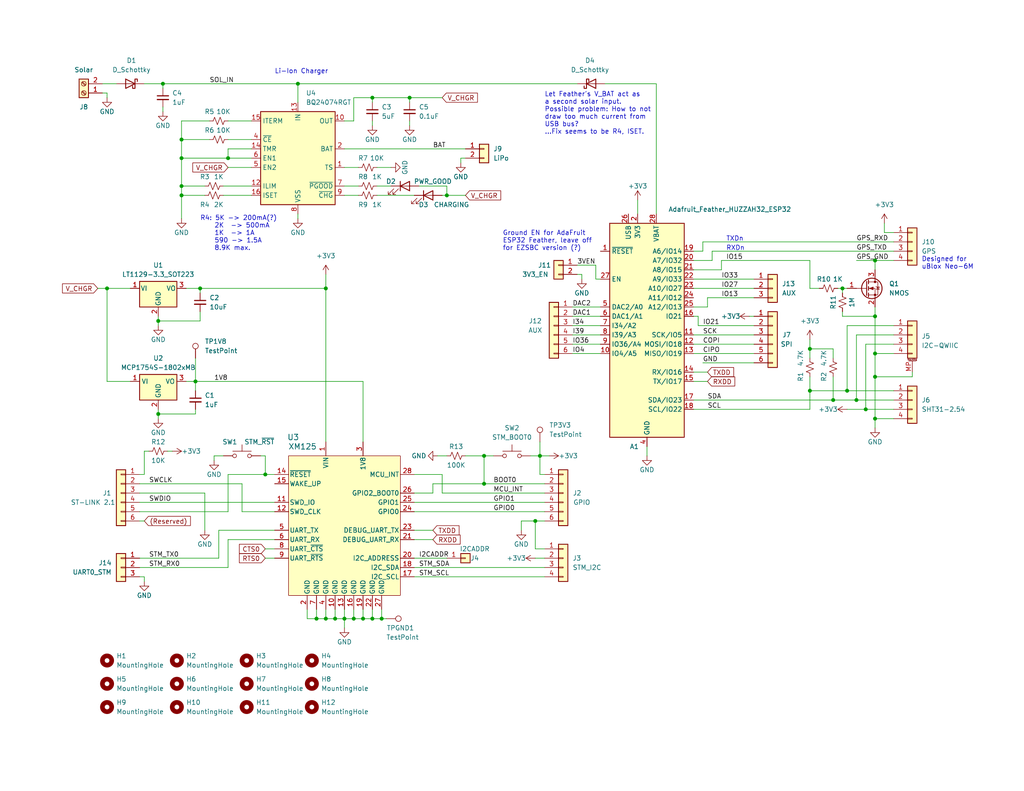
<source format=kicad_sch>
(kicad_sch (version 20230121) (generator eeschema)
  (paper "USLetter")
  (title_block (title "Wave RADAR") (date "2023-11-23") (rev "0.2") (company "Academia Nuts"))
  (lib_symbols
    (symbol "Battery_Management:BQ24074RGT"
      (property "Reference" "U" (at -8.89 13.97 0))
      (property "Value" "BQ24074RGT" (at 16.51 13.97 0))
      (symbol "BQ24074RGT_1_1"
        (pin passive line (at 12.7 -2.54 180) (length 2.54) (name "TS") (number "1"))
        (pin power_out line (at 12.7 10.16 180) (length 2.54) (name "OUT") (number "10"))
        (pin passive line (at 12.7 10.16 180) (length 2.54) hide (name "OUT") (number "11"))
        (pin passive line (at -12.7 -7.62 0) (length 2.54) (name "ILIM") (number "12"))
        (pin power_in line (at 0 15.24 270) (length 2.54) (name "IN") (number "13"))
        (pin input line (at -12.7 2.54 0) (length 2.54) (name "TMR") (number "14"))
        (pin input line (at -12.7 10.16 0) (length 2.54) (name "ITERM") (number "15"))
        (pin passive line (at -12.7 -10.16 0) (length 2.54) (name "ISET") (number "16"))
        (pin passive line (at 0 -15.24 90) (length 2.54) hide (name "VSS") (number "17"))
        (pin power_out line (at 12.7 2.54 180) (length 2.54) (name "BAT") (number "2"))
        (pin passive line (at 12.7 2.54 180) (length 2.54) hide (name "BAT") (number "3"))
        (pin input line (at -12.7 5.08 0) (length 2.54) (name "~{CE}") (number "4"))
        (pin input line (at -12.7 -2.54 0) (length 2.54) (name "EN2") (number "5"))
        (pin input line (at -12.7 0 0) (length 2.54) (name "EN1") (number "6"))
        (pin open_collector line (at 12.7 -7.62 180) (length 2.54) (name "~{PGOOD}") (number "7"))
        (pin power_in line (at 0 -15.24 90) (length 2.54) (name "VSS") (number "8"))
        (pin open_collector line (at 12.7 -10.16 180) (length 2.54) (name "~{CHG}") (number "9"))
      )
    )
    (symbol "Connector:Screw_Terminal_01x02" (pin_names (offset 1.016) hide)
      (property "Reference" "J" (at 0 2.54 0))
      (property "Value" "Screw_Terminal_01x02" (at 0 -5.08 0))
      (symbol "Screw_Terminal_01x02_1_1"
        (pin passive line (at -5.08 0 0) (length 3.81) (name "Pin_1") (number "1"))
        (pin passive line (at -5.08 -2.54 0) (length 3.81) (name "Pin_2") (number "2"))
      )
    )
    (symbol "Connector:TestPoint" (pin_numbers hide) (pin_names (offset 0.762) hide)
      (property "Reference" "TP" (at 0 6.858 0))
      (property "Value" "TestPoint" (at 0 5.08 0))
      (symbol "TestPoint_1_1"
        (pin passive line (at 0 0 90) (length 2.54) (name "1") (number "1"))
      )
    )
    (symbol "Connector_Generic:Conn_01x01" (pin_names (offset 1.016) hide)
      (property "Reference" "J" (at 0 2.54 0))
      (property "Value" "Conn_01x01" (at 0 -2.54 0))
      (symbol "Conn_01x01_1_1"
        (pin passive line (at -5.08 0 0) (length 3.81) (name "Pin_1") (number "1"))
      )
    )
    (symbol "Connector_Generic:Conn_01x02" (pin_names (offset 1.016) hide)
      (property "Reference" "J" (at 0 2.54 0))
      (property "Value" "Conn_01x02" (at 0 -5.08 0))
      (symbol "Conn_01x02_1_1"
        (pin passive line (at -5.08 0 0) (length 3.81) (name "Pin_1") (number "1"))
        (pin passive line (at -5.08 -2.54 0) (length 3.81) (name "Pin_2") (number "2"))
      )
    )
    (symbol "Connector_Generic:Conn_01x03" (pin_names (offset 1.016) hide)
      (property "Reference" "J" (at 0 5.08 0))
      (property "Value" "Conn_01x03" (at 0 -5.08 0))
      (symbol "Conn_01x03_1_1"
        (pin passive line (at -5.08 2.54 0) (length 3.81) (name "Pin_1") (number "1"))
        (pin passive line (at -5.08 0 0) (length 3.81) (name "Pin_2") (number "2"))
        (pin passive line (at -5.08 -2.54 0) (length 3.81) (name "Pin_3") (number "3"))
      )
    )
    (symbol "Connector_Generic:Conn_01x04" (pin_names (offset 1.016) hide)
      (property "Reference" "J" (at 0 5.08 0))
      (property "Value" "Conn_01x04" (at 0 -7.62 0))
      (symbol "Conn_01x04_1_1"
        (pin passive line (at -5.08 2.54 0) (length 3.81) (name "Pin_1") (number "1"))
        (pin passive line (at -5.08 0 0) (length 3.81) (name "Pin_2") (number "2"))
        (pin passive line (at -5.08 -2.54 0) (length 3.81) (name "Pin_3") (number "3"))
        (pin passive line (at -5.08 -5.08 0) (length 3.81) (name "Pin_4") (number "4"))
      )
    )
    (symbol "Connector_Generic:Conn_01x06" (pin_names (offset 1.016) hide)
      (property "Reference" "J" (at 0 7.62 0))
      (property "Value" "Conn_01x06" (at 0 -10.16 0))
      (symbol "Conn_01x06_1_1"
        (pin passive line (at -5.08 5.08 0) (length 3.81) (name "Pin_1") (number "1"))
        (pin passive line (at -5.08 2.54 0) (length 3.81) (name "Pin_2") (number "2"))
        (pin passive line (at -5.08 0 0) (length 3.81) (name "Pin_3") (number "3"))
        (pin passive line (at -5.08 -2.54 0) (length 3.81) (name "Pin_4") (number "4"))
        (pin passive line (at -5.08 -5.08 0) (length 3.81) (name "Pin_5") (number "5"))
        (pin passive line (at -5.08 -7.62 0) (length 3.81) (name "Pin_6") (number "6"))
      )
    )
    (symbol "Connector_Generic_MountingPin:Conn_01x04_MountingPin" (pin_names (offset 1.016) hide)
      (property "Reference" "J" (at 0 5.08 0))
      (property "Value" "Conn_01x04_MountingPin" (at 1.27 -7.62 0))
      (symbol "Conn_01x04_MountingPin_1_1"
        (text "Mounting" (at 0 -6.731 0) (effects (font (size 0.381 0.381))))
        (pin passive line (at -5.08 2.54 0) (length 3.81) (name "Pin_1") (number "1"))
        (pin passive line (at -5.08 0 0) (length 3.81) (name "Pin_2") (number "2"))
        (pin passive line (at -5.08 -2.54 0) (length 3.81) (name "Pin_3") (number "3"))
        (pin passive line (at -5.08 -5.08 0) (length 3.81) (name "Pin_4") (number "4"))
        (pin passive line (at 0 -10.16 90) (length 3.048) (name "MountPin") (number "MP"))
      )
    )
    (symbol "Device:C_Small" (pin_numbers hide) (pin_names (offset 0.254) hide)
      (property "Reference" "C" (at 0.254 1.778 0))
      (property "Value" "C_Small" (at 0.254 -2.032 0))
      (symbol "C_Small_1_1"
        (pin passive line (at 0 2.54 270) (length 2.032) (name "~") (number "1"))
        (pin passive line (at 0 -2.54 90) (length 2.032) (name "~") (number "2"))
      )
    )
    (symbol "Device:D_Schottky" (pin_numbers hide) (pin_names (offset 1.016) hide)
      (property "Reference" "D" (at 0 2.54 0))
      (property "Value" "D_Schottky" (at 0 -2.54 0))
      (symbol "D_Schottky_1_1"
        (pin passive line (at -3.81 0 0) (length 2.54) (name "K") (number "1"))
        (pin passive line (at 3.81 0 180) (length 2.54) (name "A") (number "2"))
      )
    )
    (symbol "Device:LED" (pin_numbers hide) (pin_names (offset 1.016) hide)
      (property "Reference" "D" (at 0 2.54 0))
      (property "Value" "LED" (at 0 -2.54 0))
      (symbol "LED_1_1"
        (pin passive line (at -3.81 0 0) (length 2.54) (name "K") (number "1"))
        (pin passive line (at 3.81 0 180) (length 2.54) (name "A") (number "2"))
      )
    )
    (symbol "Device:R_Small_US" (pin_numbers hide) (pin_names (offset 0.254) hide)
      (property "Reference" "R" (at 0.762 0.508 0))
      (property "Value" "R_Small_US" (at 0.762 -1.016 0))
      (symbol "R_Small_US_1_1"
        (pin passive line (at 0 2.54 270) (length 1.016) (name "~") (number "1"))
        (pin passive line (at 0 -2.54 90) (length 1.016) (name "~") (number "2"))
      )
    )
    (symbol "MCU_Module:Adafruit_Feather_HUZZAH32_ESP32"
      (property "Reference" "A" (at -10.16 29.21 0))
      (property "Value" "Adafruit_Feather_HUZZAH32_ESP32" (at 2.54 -31.75 0))
      (symbol "Adafruit_Feather_HUZZAH32_ESP32_1_1"
        (pin input line (at 12.7 20.32 180) (length 2.54) (name "~{RESET}") (number "1"))
        (pin bidirectional line (at 12.7 -7.62 180) (length 2.54) (name "IO4/A5") (number "10"))
        (pin bidirectional line (at -12.7 -2.54 0) (length 2.54) (name "SCK/IO5") (number "11"))
        (pin bidirectional line (at -12.7 -5.08 0) (length 2.54) (name "MOSI/IO18") (number "12"))
        (pin bidirectional line (at -12.7 -7.62 0) (length 2.54) (name "MISO/IO19") (number "13"))
        (pin bidirectional line (at -12.7 -12.7 0) (length 2.54) (name "RX/IO16") (number "14"))
        (pin bidirectional line (at -12.7 -15.24 0) (length 2.54) (name "TX/IO17") (number "15"))
        (pin bidirectional line (at -12.7 2.54 0) (length 2.54) (name "IO21") (number "16"))
        (pin bidirectional line (at -12.7 -20.32 0) (length 2.54) (name "SDA/IO23") (number "17"))
        (pin bidirectional line (at -12.7 -22.86 0) (length 2.54) (name "SCL/IO22") (number "18"))
        (pin bidirectional line (at -12.7 20.32 0) (length 2.54) (name "A6/IO14") (number "19"))
        (pin power_in line (at 2.54 30.48 270) (length 2.54) (name "3V3") (number "2"))
        (pin bidirectional line (at -12.7 17.78 0) (length 2.54) (name "A7/IO32") (number "20"))
        (pin bidirectional line (at -12.7 15.24 0) (length 2.54) (name "A8/IO15") (number "21"))
        (pin bidirectional line (at -12.7 12.7 0) (length 2.54) (name "A9/IO33") (number "22"))
        (pin bidirectional line (at -12.7 10.16 0) (length 2.54) (name "A10/IO27") (number "23"))
        (pin bidirectional line (at -12.7 7.62 0) (length 2.54) (name "A11/IO12") (number "24"))
        (pin bidirectional line (at -12.7 5.08 0) (length 2.54) (name "A12/IO13") (number "25"))
        (pin power_in line (at 5.08 30.48 270) (length 2.54) (name "USB") (number "26"))
        (pin input line (at 12.7 12.7 180) (length 2.54) (name "EN") (number "27"))
        (pin power_in line (at -2.54 30.48 270) (length 2.54) (name "VBAT") (number "28"))
        (pin no_connect line (at 10.16 10.16 180) (length 2.54) hide (name "NC") (number "3"))
        (pin power_in line (at 0 -33.02 90) (length 2.54) (name "GND") (number "4"))
        (pin bidirectional line (at 12.7 5.08 180) (length 2.54) (name "DAC2/A0") (number "5"))
        (pin bidirectional line (at 12.7 2.54 180) (length 2.54) (name "DAC1/A1") (number "6"))
        (pin bidirectional line (at 12.7 0 180) (length 2.54) (name "I34/A2") (number "7"))
        (pin bidirectional line (at 12.7 -2.54 180) (length 2.54) (name "I39/A3") (number "8"))
        (pin bidirectional line (at 12.7 -5.08 180) (length 2.54) (name "IO36/A4") (number "9"))
      )
    )
    (symbol "Mechanical:MountingHole" (pin_names (offset 1.016))
      (property "Reference" "H" (at 0 5.08 0))
      (property "Value" "MountingHole" (at 0 3.175 0))
    )
    (symbol "Regulator_Linear:LT1129-3.3_SOT223" (pin_names (offset 0.254))
      (property "Reference" "U" (at -3.81 3.175 0))
      (property "Value" "LT1129-3.3_SOT223" (at 0 3.175 0))
      (symbol "LT1129-3.3_SOT223_1_1"
        (pin power_in line (at -7.62 0 0) (length 2.54) (name "VI") (number "1"))
        (pin power_in line (at 0 -7.62 90) (length 2.54) (name "GND") (number "2"))
        (pin power_out line (at 7.62 0 180) (length 2.54) (name "VO") (number "3"))
      )
    )
    (symbol "Regulator_Linear:MCP1754S-1802xMB"
      (property "Reference" "U" (at -3.81 3.175 0))
      (property "Value" "MCP1754S-1802xMB" (at -0.635 3.175 0))
      (symbol "MCP1754S-1802xMB_1_1"
        (pin power_in line (at -7.62 0 0) (length 2.54) (name "VI") (number "1"))
        (pin power_in line (at 0 -7.62 90) (length 2.54) (name "GND") (number "2"))
        (pin power_out line (at 7.62 0 180) (length 2.54) (name "VO") (number "3"))
      )
    )
    (symbol "Switch:SW_Push" (pin_numbers hide) (pin_names (offset 1.016) hide)
      (property "Reference" "SW" (at 1.27 2.54 0))
      (property "Value" "SW_Push" (at 0 -1.524 0))
      (symbol "SW_Push_0_1"
        (pin passive line (at -5.08 0 0) (length 2.54) (name "1") (number "1"))
        (pin passive line (at 5.08 0 180) (length 2.54) (name "2") (number "2"))
      )
    )
    (symbol "Transistor_FET:2N7002" (pin_names hide)
      (property "Reference" "Q" (at 5.08 1.905 0))
      (property "Value" "2N7002" (at 5.08 0 0))
      (symbol "2N7002_1_1"
        (pin input line (at -5.08 0 0) (length 2.54) (name "G") (number "1"))
        (pin passive line (at 2.54 -5.08 90) (length 2.54) (name "S") (number "2"))
        (pin passive line (at 2.54 5.08 270) (length 2.54) (name "D") (number "3"))
      )
    )
    (symbol "XM125:XM125" (pin_names (offset 0.254))
      (property "Reference" "U" (at -15.24 22.86 0))
      (property "Value" "XM125" (at -15.24 20.32 0))
      (symbol "XM125_1_1"
        (pin power_in line (at -5.08 21.59 270) (length 3.81) (name "VIN") (number "1"))
        (pin power_in line (at -2.54 -24.13 90) (length 3.81) (name "GND") (number "10"))
        (pin unspecified line (at -19.05 5.08 0) (length 3.81) (name "SWD_IO") (number "11"))
        (pin unspecified line (at -19.05 2.54 0) (length 3.81) (name "SWD_CLK") (number "12"))
        (pin power_in line (at 0 -24.13 90) (length 3.81) (name "GND") (number "13"))
        (pin unspecified line (at -19.05 12.7 0) (length 3.81) (name "~{RESET}") (number "14"))
        (pin unspecified line (at -19.05 10.16 0) (length 3.81) (name "WAKE_UP") (number "15"))
        (pin power_in line (at 2.54 -24.13 90) (length 3.81) (name "GND") (number "16"))
        (pin output line (at 19.05 -15.24 180) (length 3.81) (name "I2C_SCL") (number "17"))
        (pin bidirectional line (at 19.05 -12.7 180) (length 3.81) (name "I2C_SDA") (number "18"))
        (pin power_in line (at 5.08 -24.13 90) (length 3.81) (name "GND") (number "19"))
        (pin power_in line (at -10.16 -24.13 90) (length 3.81) (name "GND") (number "2"))
        (pin input line (at 19.05 -10.16 180) (length 3.81) (name "I2C_ADDRESS") (number "20"))
        (pin input line (at 19.05 -5.08 180) (length 3.81) (name "DEBUG_UART_RX") (number "21"))
        (pin power_in line (at 7.62 -24.13 90) (length 3.81) (name "GND") (number "22"))
        (pin output line (at 19.05 -2.54 180) (length 3.81) (name "DEBUG_UART_TX") (number "23"))
        (pin bidirectional line (at 19.05 2.54 180) (length 3.81) (name "GPIO0") (number "24"))
        (pin bidirectional line (at 19.05 5.08 180) (length 3.81) (name "GPIO1") (number "25"))
        (pin bidirectional line (at 19.05 7.62 180) (length 3.81) (name "GPIO2_BOOT0") (number "26"))
        (pin power_in line (at 10.16 -24.13 90) (length 3.81) (name "GND") (number "27"))
        (pin bidirectional line (at 19.05 12.7 180) (length 3.81) (name "MCU_INT") (number "28"))
        (pin power_in line (at 5.08 21.59 270) (length 3.81) (name "1V8") (number "3"))
        (pin power_in line (at -5.08 -24.13 90) (length 3.81) (name "GND") (number "4"))
        (pin output line (at -19.05 -2.54 0) (length 3.81) (name "UART_TX") (number "5"))
        (pin input line (at -19.05 -5.08 0) (length 3.81) (name "UART_RX") (number "6"))
        (pin power_in line (at -7.62 -24.13 90) (length 3.81) (name "GND") (number "7"))
        (pin input line (at -19.05 -7.62 0) (length 3.81) (name "UART_~{CTS}") (number "8"))
        (pin output line (at -19.05 -10.16 0) (length 3.81) (name "UART_~{RTS}") (number "9"))
      )
    )
    (symbol "power:+3V3" (power) (pin_names (offset 0))
      (property "Value" "+3V3" (at 0 3.556 0))
      (symbol "+3V3_1_1"
        (pin power_in line (at 0 0 90) (length 0) hide (name "+3V3") (number "1"))
      )
    )
    (symbol "power:GND" (power) (pin_names (offset 0))
      (property "Value" "GND" (at 0 -3.81 0))
      (symbol "GND_1_1"
        (pin power_in line (at 0 0 270) (length 0) hide (name "GND") (number "1"))
      )
    )
  )
  (junction (at 104.14 168.91))
  (junction (at 101.6 168.91))
  (junction (at 72.39 129.54))
  (junction (at 86.36 168.91))
  (junction (at 101.6 26.67))
  (junction (at 62.23 43.18))
  (junction (at 43.18 87.63))
  (junction (at 49.53 43.18))
  (junction (at 96.52 168.91))
  (junction (at 238.76 114.3))
  (junction (at 238.76 86.36))
  (junction (at 236.22 111.76))
  (junction (at 132.08 124.46))
  (junction (at 146.05 142.24))
  (junction (at 49.53 38.1))
  (junction (at 238.76 96.52))
  (junction (at 44.45 22.86))
  (junction (at 88.9 168.91))
  (junction (at 88.9 78.74))
  (junction (at 238.76 102.87))
  (junction (at 43.18 113.03))
  (junction (at 132.08 132.08))
  (junction (at 49.53 50.8))
  (junction (at 53.34 104.14))
  (junction (at 121.92 53.34))
  (junction (at 29.21 78.74))
  (junction (at 81.28 22.86))
  (junction (at 54.61 78.74))
  (junction (at 229.87 78.74))
  (junction (at 111.76 26.67))
  (junction (at 49.53 53.34))
  (junction (at 231.14 106.68))
  (junction (at 99.06 168.91))
  (junction (at 147.32 124.46))
  (junction (at 233.68 109.22))
  (junction (at 220.98 95.25))
  (junction (at 238.76 71.12))
  (junction (at 227.33 109.22))
  (junction (at 93.98 168.91))
  (junction (at 91.44 168.91))
  (junction (at 220.98 106.68))
  (wire (pts (xy 81.28 22.86) (xy 81.28 27.94)))
  (wire (pts (xy 96.52 26.67) (xy 96.52 33.02)))
  (wire (pts (xy 120.65 134.62) (xy 148.59 134.62)))
  (wire (pts (xy 29.21 25.4) (xy 29.21 26.67)))
  (wire (pts (xy 26.67 78.74) (xy 29.21 78.74)))
  (wire (pts (xy 62.23 147.32) (xy 74.93 147.32)))
  (wire (pts (xy 93.98 40.64) (xy 127 40.64)))
  (wire (pts (xy 72.39 149.86) (xy 74.93 149.86)))
  (wire (pts (xy 62.23 45.72) (xy 68.58 45.72)))
  (wire (pts (xy 196.85 73.66) (xy 196.85 71.12)))
  (wire (pts (xy 189.23 68.58) (xy 191.77 68.58)))
  (wire (pts (xy 62.23 43.18) (xy 68.58 43.18)))
  (wire (pts (xy 39.37 157.48) (xy 39.37 158.75)))
  (wire (pts (xy 57.15 33.02) (xy 49.53 33.02)))
  (wire (pts (xy 147.32 129.54) (xy 148.59 129.54)))
  (wire (pts (xy 238.76 96.52) (xy 238.76 102.87)))
  (wire (pts (xy 39.37 123.19) (xy 40.64 123.19)))
  (wire (pts (xy 120.65 129.54) (xy 113.03 129.54)))
  (wire (pts (xy 49.53 38.1) (xy 57.15 38.1)))
  (wire (pts (xy 156.21 93.98) (xy 163.83 93.98)))
  (wire (pts (xy 113.03 137.16) (xy 148.59 137.16)))
  (wire (pts (xy 176.53 121.92) (xy 176.53 124.46)))
  (wire (pts (xy 127 43.18) (xy 125.73 43.18)))
  (wire (pts (xy 193.04 101.6) (xy 189.23 101.6)))
  (wire (pts (xy 158.75 74.93) (xy 157.48 74.93)))
  (wire (pts (xy 43.18 113.03) (xy 43.18 114.3)))
  (wire (pts (xy 189.23 109.22) (xy 227.33 109.22)))
  (wire (pts (xy 53.34 104.14) (xy 53.34 106.68)))
  (wire (pts (xy 39.37 123.19) (xy 39.37 129.54)))
  (wire (pts (xy 227.33 97.79) (xy 227.33 95.25)))
  (wire (pts (xy 248.92 101.6) (xy 248.92 102.87)))
  (wire (pts (xy 243.84 111.76) (xy 236.22 111.76)))
  (wire (pts (xy 106.68 45.72) (xy 102.87 45.72)))
  (wire (pts (xy 111.76 26.67) (xy 120.65 26.67)))
  (wire (pts (xy 49.53 33.02) (xy 49.53 38.1)))
  (wire (pts (xy 142.24 142.24) (xy 146.05 142.24)))
  (wire (pts (xy 156.21 83.82) (xy 163.83 83.82)))
  (wire (pts (xy 49.53 43.18) (xy 62.23 43.18)))
  (wire (pts (xy 101.6 168.91) (xy 99.06 168.91)))
  (wire (pts (xy 191.77 66.04) (xy 243.84 66.04)))
  (wire (pts (xy 243.84 63.5) (xy 241.3 63.5)))
  (wire (pts (xy 62.23 154.94) (xy 62.23 147.32)))
  (wire (pts (xy 157.48 72.39) (xy 162.56 72.39)))
  (wire (pts (xy 229.87 85.09) (xy 229.87 86.36)))
  (wire (pts (xy 96.52 26.67) (xy 101.6 26.67)))
  (wire (pts (xy 53.34 111.76) (xy 53.34 113.03)))
  (wire (pts (xy 60.96 53.34) (xy 68.58 53.34)))
  (wire (pts (xy 111.76 26.67) (xy 111.76 27.94)))
  (wire (pts (xy 162.56 72.39) (xy 162.56 76.2)))
  (wire (pts (xy 189.23 111.76) (xy 220.98 111.76)))
  (wire (pts (xy 54.61 78.74) (xy 54.61 80.01)))
  (wire (pts (xy 99.06 166.37) (xy 99.06 168.91)))
  (wire (pts (xy 223.52 78.74) (xy 220.98 78.74)))
  (wire (pts (xy 43.18 111.76) (xy 43.18 113.03)))
  (wire (pts (xy 113.03 154.94) (xy 148.59 154.94)))
  (wire (pts (xy 99.06 104.14) (xy 99.06 120.65)))
  (wire (pts (xy 93.98 168.91) (xy 93.98 171.45)))
  (wire (pts (xy 228.6 78.74) (xy 229.87 78.74)))
  (wire (pts (xy 91.44 168.91) (xy 93.98 168.91)))
  (wire (pts (xy 189.23 86.36) (xy 190.5 86.36)))
  (wire (pts (xy 113.03 134.62) (xy 118.11 134.62)))
  (wire (pts (xy 132.08 132.08) (xy 148.59 132.08)))
  (wire (pts (xy 147.32 124.46) (xy 149.86 124.46)))
  (wire (pts (xy 238.76 71.12) (xy 243.84 71.12)))
  (wire (pts (xy 35.56 104.14) (xy 29.21 104.14)))
  (wire (pts (xy 88.9 78.74) (xy 88.9 120.65)))
  (wire (pts (xy 179.07 58.42) (xy 179.07 22.86)))
  (wire (pts (xy 119.38 124.46) (xy 121.92 124.46)))
  (wire (pts (xy 101.6 26.67) (xy 101.6 27.94)))
  (wire (pts (xy 104.14 166.37) (xy 104.14 168.91)))
  (wire (pts (xy 43.18 87.63) (xy 43.18 88.9)))
  (wire (pts (xy 60.96 50.8) (xy 68.58 50.8)))
  (wire (pts (xy 45.72 123.19) (xy 46.99 123.19)))
  (wire (pts (xy 93.98 166.37) (xy 93.98 168.91)))
  (wire (pts (xy 148.59 149.86) (xy 146.05 149.86)))
  (wire (pts (xy 227.33 109.22) (xy 233.68 109.22)))
  (wire (pts (xy 74.93 139.7) (xy 66.04 139.7)))
  (wire (pts (xy 62.23 129.54) (xy 72.39 129.54)))
  (wire (pts (xy 58.42 124.46) (xy 60.96 124.46)))
  (wire (pts (xy 49.53 38.1) (xy 49.53 43.18)))
  (wire (pts (xy 91.44 166.37) (xy 91.44 168.91)))
  (wire (pts (xy 233.68 71.12) (xy 238.76 71.12)))
  (wire (pts (xy 238.76 96.52) (xy 243.84 96.52)))
  (wire (pts (xy 38.1 139.7) (xy 62.23 139.7)))
  (wire (pts (xy 88.9 78.74) (xy 54.61 78.74)))
  (wire (pts (xy 102.87 50.8) (xy 106.68 50.8)))
  (wire (pts (xy 233.68 91.44) (xy 233.68 109.22)))
  (wire (pts (xy 238.76 83.82) (xy 238.76 86.36)))
  (wire (pts (xy 229.87 78.74) (xy 229.87 80.01)))
  (wire (pts (xy 229.87 86.36) (xy 238.76 86.36)))
  (wire (pts (xy 238.76 71.12) (xy 238.76 73.66)))
  (wire (pts (xy 189.23 78.74) (xy 205.74 78.74)))
  (wire (pts (xy 227.33 95.25) (xy 220.98 95.25)))
  (wire (pts (xy 243.84 109.22) (xy 233.68 109.22)))
  (wire (pts (xy 238.76 86.36) (xy 238.76 96.52)))
  (wire (pts (xy 74.93 129.54) (xy 72.39 129.54)))
  (wire (pts (xy 38.1 137.16) (xy 74.93 137.16)))
  (wire (pts (xy 189.23 96.52) (xy 205.74 96.52)))
  (wire (pts (xy 189.23 83.82) (xy 193.04 83.82)))
  (wire (pts (xy 114.3 50.8) (xy 121.92 50.8)))
  (wire (pts (xy 101.6 166.37) (xy 101.6 168.91)))
  (wire (pts (xy 62.23 33.02) (xy 68.58 33.02)))
  (wire (pts (xy 59.69 144.78) (xy 74.93 144.78)))
  (wire (pts (xy 29.21 78.74) (xy 29.21 104.14)))
  (wire (pts (xy 191.77 66.04) (xy 191.77 68.58)))
  (wire (pts (xy 113.03 152.4) (xy 121.92 152.4)))
  (wire (pts (xy 189.23 71.12) (xy 194.31 71.12)))
  (wire (pts (xy 220.98 111.76) (xy 220.98 106.68)))
  (wire (pts (xy 102.87 53.34) (xy 113.03 53.34)))
  (wire (pts (xy 101.6 26.67) (xy 111.76 26.67)))
  (wire (pts (xy 196.85 71.12) (xy 220.98 71.12)))
  (wire (pts (xy 54.61 85.09) (xy 54.61 87.63)))
  (wire (pts (xy 99.06 168.91) (xy 96.52 168.91)))
  (wire (pts (xy 193.04 81.28) (xy 205.74 81.28)))
  (wire (pts (xy 55.88 144.78) (xy 55.88 134.62)))
  (wire (pts (xy 220.98 95.25) (xy 220.98 97.79)))
  (wire (pts (xy 194.31 68.58) (xy 243.84 68.58)))
  (wire (pts (xy 125.73 43.18) (xy 125.73 44.45)))
  (wire (pts (xy 194.31 71.12) (xy 194.31 68.58)))
  (wire (pts (xy 27.94 22.86) (xy 31.75 22.86)))
  (wire (pts (xy 49.53 53.34) (xy 49.53 59.69)))
  (wire (pts (xy 127 124.46) (xy 132.08 124.46)))
  (wire (pts (xy 38.1 154.94) (xy 62.23 154.94)))
  (wire (pts (xy 156.21 86.36) (xy 163.83 86.36)))
  (wire (pts (xy 147.32 120.65) (xy 147.32 124.46)))
  (wire (pts (xy 118.11 132.08) (xy 132.08 132.08)))
  (wire (pts (xy 241.3 63.5) (xy 241.3 60.96)))
  (wire (pts (xy 113.03 157.48) (xy 148.59 157.48)))
  (wire (pts (xy 134.62 124.46) (xy 132.08 124.46)))
  (wire (pts (xy 220.98 92.71) (xy 220.98 95.25)))
  (wire (pts (xy 44.45 24.13) (xy 44.45 22.86)))
  (wire (pts (xy 189.23 93.98) (xy 205.74 93.98)))
  (wire (pts (xy 49.53 43.18) (xy 49.53 50.8)))
  (wire (pts (xy 147.32 124.46) (xy 147.32 129.54)))
  (wire (pts (xy 58.42 125.73) (xy 58.42 124.46)))
  (wire (pts (xy 104.14 168.91) (xy 105.41 168.91)))
  (wire (pts (xy 96.52 166.37) (xy 96.52 168.91)))
  (wire (pts (xy 189.23 91.44) (xy 205.74 91.44)))
  (wire (pts (xy 193.04 104.14) (xy 189.23 104.14)))
  (wire (pts (xy 86.36 166.37) (xy 86.36 168.91)))
  (wire (pts (xy 88.9 166.37) (xy 88.9 168.91)))
  (wire (pts (xy 27.94 25.4) (xy 29.21 25.4)))
  (wire (pts (xy 190.5 86.36) (xy 190.5 88.9)))
  (wire (pts (xy 62.23 40.64) (xy 62.23 43.18)))
  (wire (pts (xy 113.03 139.7) (xy 148.59 139.7)))
  (wire (pts (xy 120.65 134.62) (xy 120.65 129.54)))
  (wire (pts (xy 113.03 147.32) (xy 118.11 147.32)))
  (wire (pts (xy 162.56 76.2) (xy 163.83 76.2)))
  (wire (pts (xy 62.23 38.1) (xy 68.58 38.1)))
  (wire (pts (xy 121.92 50.8) (xy 121.92 53.34)))
  (wire (pts (xy 233.68 91.44) (xy 243.84 91.44)))
  (wire (pts (xy 43.18 113.03) (xy 53.34 113.03)))
  (wire (pts (xy 71.12 124.46) (xy 72.39 124.46)))
  (wire (pts (xy 236.22 93.98) (xy 243.84 93.98)))
  (wire (pts (xy 44.45 22.86) (xy 81.28 22.86)))
  (wire (pts (xy 50.8 78.74) (xy 54.61 78.74)))
  (wire (pts (xy 50.8 104.14) (xy 53.34 104.14)))
  (wire (pts (xy 83.82 168.91) (xy 86.36 168.91)))
  (wire (pts (xy 49.53 53.34) (xy 55.88 53.34)))
  (wire (pts (xy 243.84 114.3) (xy 238.76 114.3)))
  (wire (pts (xy 39.37 22.86) (xy 44.45 22.86)))
  (wire (pts (xy 146.05 142.24) (xy 146.05 149.86)))
  (wire (pts (xy 238.76 102.87) (xy 248.92 102.87)))
  (wire (pts (xy 238.76 102.87) (xy 238.76 114.3)))
  (wire (pts (xy 156.21 96.52) (xy 163.83 96.52)))
  (wire (pts (xy 72.39 124.46) (xy 72.39 129.54)))
  (wire (pts (xy 179.07 22.86) (xy 165.1 22.86)))
  (wire (pts (xy 44.45 29.21) (xy 44.45 30.48)))
  (wire (pts (xy 104.14 168.91) (xy 101.6 168.91)))
  (wire (pts (xy 39.37 129.54) (xy 38.1 129.54)))
  (wire (pts (xy 189.23 76.2) (xy 205.74 76.2)))
  (wire (pts (xy 38.1 157.48) (xy 39.37 157.48)))
  (wire (pts (xy 220.98 106.68) (xy 231.14 106.68)))
  (wire (pts (xy 231.14 88.9) (xy 243.84 88.9)))
  (wire (pts (xy 93.98 45.72) (xy 97.79 45.72)))
  (wire (pts (xy 81.28 22.86) (xy 157.48 22.86)))
  (wire (pts (xy 43.18 86.36) (xy 43.18 87.63)))
  (wire (pts (xy 158.75 76.2) (xy 158.75 74.93)))
  (wire (pts (xy 243.84 106.68) (xy 231.14 106.68)))
  (wire (pts (xy 93.98 50.8) (xy 97.79 50.8)))
  (wire (pts (xy 101.6 33.02) (xy 101.6 34.29)))
  (wire (pts (xy 238.76 114.3) (xy 238.76 116.84)))
  (wire (pts (xy 113.03 144.78) (xy 118.11 144.78)))
  (wire (pts (xy 142.24 144.78) (xy 142.24 142.24)))
  (wire (pts (xy 38.1 142.24) (xy 39.37 142.24)))
  (wire (pts (xy 93.98 53.34) (xy 97.79 53.34)))
  (wire (pts (xy 196.85 73.66) (xy 189.23 73.66)))
  (wire (pts (xy 83.82 166.37) (xy 83.82 168.91)))
  (wire (pts (xy 205.74 86.36) (xy 204.47 86.36)))
  (wire (pts (xy 144.78 124.46) (xy 147.32 124.46)))
  (wire (pts (xy 53.34 97.79) (xy 53.34 104.14)))
  (wire (pts (xy 121.92 53.34) (xy 120.65 53.34)))
  (wire (pts (xy 220.98 71.12) (xy 220.98 78.74)))
  (wire (pts (xy 236.22 111.76) (xy 236.22 93.98)))
  (wire (pts (xy 118.11 134.62) (xy 118.11 132.08)))
  (wire (pts (xy 55.88 50.8) (xy 49.53 50.8)))
  (wire (pts (xy 96.52 33.02) (xy 93.98 33.02)))
  (wire (pts (xy 81.28 58.42) (xy 81.28 59.69)))
  (wire (pts (xy 191.77 99.06) (xy 205.74 99.06)))
  (wire (pts (xy 59.69 152.4) (xy 59.69 144.78)))
  (wire (pts (xy 127 53.34) (xy 121.92 53.34)))
  (wire (pts (xy 54.61 87.63) (xy 43.18 87.63)))
  (wire (pts (xy 111.76 33.02) (xy 111.76 34.29)))
  (wire (pts (xy 156.21 91.44) (xy 163.83 91.44)))
  (wire (pts (xy 38.1 132.08) (xy 66.04 132.08)))
  (wire (pts (xy 53.34 104.14) (xy 99.06 104.14)))
  (wire (pts (xy 173.99 54.61) (xy 173.99 58.42)))
  (wire (pts (xy 68.58 40.64) (xy 62.23 40.64)))
  (wire (pts (xy 229.87 78.74) (xy 231.14 78.74)))
  (wire (pts (xy 132.08 124.46) (xy 132.08 132.08)))
  (wire (pts (xy 29.21 78.74) (xy 35.56 78.74)))
  (wire (pts (xy 86.36 168.91) (xy 88.9 168.91)))
  (wire (pts (xy 231.14 111.76) (xy 236.22 111.76)))
  (wire (pts (xy 193.04 81.28) (xy 193.04 83.82)))
  (wire (pts (xy 190.5 88.9) (xy 205.74 88.9)))
  (wire (pts (xy 96.52 168.91) (xy 93.98 168.91)))
  (wire (pts (xy 231.14 106.68) (xy 231.14 88.9)))
  (wire (pts (xy 156.21 88.9) (xy 163.83 88.9)))
  (wire (pts (xy 88.9 74.93) (xy 88.9 78.74)))
  (wire (pts (xy 146.05 152.4) (xy 148.59 152.4)))
  (wire (pts (xy 66.04 139.7) (xy 66.04 132.08)))
  (wire (pts (xy 62.23 129.54) (xy 62.23 139.7)))
  (wire (pts (xy 72.39 152.4) (xy 74.93 152.4)))
  (wire (pts (xy 146.05 142.24) (xy 148.59 142.24)))
  (wire (pts (xy 88.9 168.91) (xy 91.44 168.91)))
  (wire (pts (xy 49.53 50.8) (xy 49.53 53.34)))
  (wire (pts (xy 227.33 102.87) (xy 227.33 109.22)))
  (wire (pts (xy 38.1 152.4) (xy 59.69 152.4)))
  (wire (pts (xy 220.98 102.87) (xy 220.98 106.68)))
  (wire (pts (xy 55.88 134.62) (xy 38.1 134.62)))
  (text "Ground EN for AdaFruit\nESP32 Feather, leave off\nfor EZSBC version (?)" (at 137.16 68.58 0) (effects (font (size 1.27 1.27)) (justify left bottom)))
  (text "RXDn" (at 198.12 68.58 0) (effects (font (size 1.27 1.27)) (justify left bottom)))
  (text "Li-Ion Charger" (at 74.93 20.32 0) (effects (font (size 1.27 1.27)) (justify left bottom)))
  (text "Let Feather's V_BAT act as\na second solar input.\nPossible problem: How to not\ndraw too much current from \nUSB bus?\n...Fix seems to be R4, ISET." (at 148.59 36.83 0) (effects (font (size 1.27 1.27)) (justify left bottom)))
  (text "Designed for\nuBlox Neo-6M" (at 251.46 73.66 0) (effects (font (size 1.27 1.27)) (justify left bottom)))
  (text "TXDn" (at 198.12 66.04 0) (effects (font (size 1.27 1.27)) (justify left bottom)))
  (text "R4: 5K -> 200mA(?)\n    2K  -> 500mA\n    1K  -> 1A\n    590 -> 1.5A\n    8.9K max." (at 54.61 68.58 0) (effects (font (size 1.27 1.27)) (justify left bottom)))
  (label "BAT" (at 118.11 40.64 0))
  (label "STM_SCL" (at 114.3 157.48 0))
  (label "GPS_RXD" (at 233.68 66.04 0))
  (label "COPI" (at 191.77 93.98 0))
  (label "IO4" (at 156.21 96.52 0))
  (label "SDA" (at 193.04 109.22 0))
  (label "CIPO" (at 191.77 96.52 0))
  (label "IO15" (at 198.12 71.12 0))
  (label "GPS_TXD" (at 233.68 68.58 0))
  (label "BOOT0" (at 134.62 132.08 0))
  (label "STM_TX0" (at 40.64 152.4 0))
  (label "3VEN" (at 157.48 72.39 0))
  (label "I2CADDR" (at 114.3 152.4 0))
  (label "IO36" (at 156.21 93.98 0))
  (label "SCL" (at 193.04 111.76 0))
  (label "SWDIO" (at 40.64 137.16 0))
  (label "GPIO0" (at 134.62 139.7 0))
  (label "SWCLK" (at 40.64 132.08 0))
  (label "SOL_IN" (at 57.15 22.86 0))
  (label "DAC2" (at 156.21 83.82 0))
  (label "STM_SDA" (at 114.3 154.94 0))
  (label "STM_RX0" (at 40.64 154.94 0))
  (label "GPIO1" (at 134.62 137.16 0))
  (label "1V8" (at 58.42 104.14 0))
  (label "DAC1" (at 156.21 86.36 0))
  (label "GND" (at 191.77 99.06 0))
  (label "IO27" (at 196.85 78.74 0))
  (label "GPS_GND" (at 233.68 71.12 0))
  (label "I34" (at 156.21 88.9 0))
  (label "MCU_INT" (at 134.62 134.62 0))
  (label "IO33" (at 196.85 76.2 0))
  (label "I39" (at 156.21 91.44 0))
  (label "IO13" (at 196.85 81.28 0))
  (label "IO21" (at 191.77 88.9 0))
  (label "SCK" (at 191.77 91.44 0))
  (global_label "(Reserved)" (shape input) (at 39.37 142.24 0) (property "Intersheetrefs" "${INTERSHEET_REFS}" (effects hide)))
  (global_label "TXDD" (shape input) (at 118.11 144.78 0) (property "Intersheetrefs" "${INTERSHEET_REFS}" (effects hide)))
  (global_label "RXDD" (shape input) (at 193.04 104.14 0) (property "Intersheetrefs" "${INTERSHEET_REFS}" (effects hide)))
  (global_label "V_CHGR" (shape input) (at 26.67 78.74 180) (property "Intersheetrefs" "${INTERSHEET_REFS}" (effects hide)))
  (global_label "V_CHGR" (shape input) (at 127 53.34 0) (property "Intersheetrefs" "${INTERSHEET_REFS}" (effects hide)))
  (global_label "RXDD" (shape input) (at 118.11 147.32 0) (property "Intersheetrefs" "${INTERSHEET_REFS}" (effects hide)))
  (global_label "V_CHGR" (shape input) (at 120.65 26.67 0) (property "Intersheetrefs" "${INTERSHEET_REFS}" (effects hide)))
  (global_label "V_CHGR" (shape input) (at 62.23 45.72 180) (property "Intersheetrefs" "${INTERSHEET_REFS}" (effects hide)))
  (global_label "CTS0" (shape input) (at 72.39 149.86 180) (property "Intersheetrefs" "${INTERSHEET_REFS}" (effects hide)))
  (global_label "TXDD" (shape input) (at 193.04 101.6 0) (property "Intersheetrefs" "${INTERSHEET_REFS}" (effects hide)))
  (global_label "RTS0" (shape input) (at 72.39 152.4 180) (property "Intersheetrefs" "${INTERSHEET_REFS}" (effects hide)))
  (symbol (lib_id "Mechanical:MountingHole") (at 29.21 186.69 0) (unit 1)
    (property "Reference" "H5" (at 31.75 185.42 0) (effects (justify left)))
    (property "Value" "MountingHole" (at 31.75 187.96 0) (effects (justify left)))
    (property "Footprint" "MountingHole:MountingHole_2.7mm" (effects hide))
  )
  (symbol (lib_id "Connector_Generic:Conn_01x03") (at 33.02 154.94 0) (mirror y) (unit 1)
    (property "Reference" "J14" (at 30.48 153.67 0) (effects (justify left)))
    (property "Value" "UART0_STM" (at 30.48 156.21 0) (effects (justify left)))
    (property "Footprint" "Connector_PinHeader_2.54mm:PinHeader_1x03_P2.54mm_Vertical" (effects hide))
  )
  (symbol (lib_id "Mechanical:MountingHole") (at 29.21 180.34 0) (unit 1)
    (property "Reference" "H1" (at 31.75 179.07 0) (effects (justify left)))
    (property "Value" "MountingHole" (at 31.75 181.61 0) (effects (justify left)))
    (property "Footprint" "MountingHole:MountingHole_2.7mm" (effects hide))
  )
  (symbol (lib_id "Switch:SW_Push") (at 66.04 124.46 0) (mirror y) (unit 1)
    (property "Reference" "SW1" (at 64.77 120.65 0) (effects (justify left)))
    (property "Value" "STM_~{RST}" (at 74.93 120.65 0) (effects (justify left)))
    (property "Footprint" "Button_Switch_THT:SW_PUSH_1P1T_6x3.5mm_H4.3_APEM_MJTP1243" (effects hide))
  )
  (symbol (lib_id "Device:R_Small_US") (at 59.69 38.1 90) (unit 1)
    (property "Reference" "R6" (at 57.15 35.56 90))
    (property "Value" "10K" (at 60.96 35.56 90))
    (property "Footprint" "Resistor_SMD:R_0805_2012Metric" (effects hide))
  )
  (symbol (lib_id "Device:LED") (at 110.49 50.8 0) (unit 1)
    (property "Reference" "D2" (at 106.68 49.53 0))
    (property "Value" "PWR_GOOD" (at 118.11 49.53 0))
    (property "Footprint" "LED_SMD:LED_1206_3216Metric" (effects hide))
  )
  (symbol (lib_id "Connector_Generic:Conn_01x01") (at 127 152.4 0) (unit 1)
    (property "Reference" "J4" (at 129.54 152.4 0))
    (property "Value" "I2CADDR" (at 129.54 149.86 0))
    (property "Footprint" "Connector_PinHeader_2.54mm:PinHeader_1x01_P2.54mm_Vertical" (effects hide))
  )
  (symbol (lib_id "Device:R_Small_US") (at 100.33 50.8 90) (unit 1)
    (property "Reference" "R8" (at 99.06 48.26 90))
    (property "Value" "1K" (at 102.87 48.26 90))
    (property "Footprint" "Resistor_SMD:R_0805_2012Metric" (effects hide))
  )
  (symbol (lib_id "Device:D_Schottky") (at 161.29 22.86 0) (mirror x) (unit 1)
    (property "Reference" "D4" (at 160.9725 16.51 0))
    (property "Value" "D_Schottky" (at 160.9725 19.05 0))
    (property "Footprint" "Diode_SMD:D_1206_3216Metric" (effects hide))
  )
  (symbol (lib_id "Regulator_Linear:LT1129-3.3_SOT223") (at 43.18 78.74 0) (unit 1)
    (property "Reference" "U1" (at 43.18 72.39 0))
    (property "Value" "LT1129-3.3_SOT223" (at 43.18 74.93 0))
    (property "Footprint" "Package_TO_SOT_SMD:SOT-223-3_TabPin2" (effects hide))
    (property "Datasheet" "https://www.analog.com/media/en/technical-documentation/data-sheets/112935ff.pdf" (effects hide))
  )
  (symbol (lib_id "power:+3V3") (at 146.05 152.4 90) (unit 1)
    (property "Reference" "#PWR018" (effects hide))
    (property "Value" "+3V3" (at 143.51 152.4 90) (effects (justify left)))
  )
  (symbol (lib_id "power:GND") (at 81.28 59.69 0) (unit 1)
    (property "Reference" "#PWR019" (effects hide))
    (property "Value" "GND" (at 81.28 63.5 0))
  )
  (symbol (lib_id "Device:C_Small") (at 111.76 30.48 0) (unit 1)
    (property "Reference" "C5" (at 114.3 29.2163 0) (effects (justify left)))
    (property "Value" "0.1uF" (at 114.3 31.7563 0) (effects (justify left)))
    (property "Footprint" "Capacitor_SMD:C_0805_2012Metric" (effects hide))
  )
  (symbol (lib_id "Device:C_Small") (at 53.34 109.22 0) (unit 1)
    (property "Reference" "C1" (at 55.88 107.9563 0) (effects (justify left)))
    (property "Value" "1uF" (at 55.88 110.4963 0) (effects (justify left)))
    (property "Footprint" "Capacitor_SMD:C_0805_2012Metric" (effects hide))
  )
  (symbol (lib_id "Connector_Generic_MountingPin:Conn_01x04_MountingPin") (at 248.92 91.44 0) (unit 1)
    (property "Reference" "J5" (at 251.46 91.7956 0) (effects (justify left)))
    (property "Value" "I2C-QWIIC" (at 251.46 94.3356 0) (effects (justify left)))
    (property "Footprint" "Connector_JST:JST_SH_BM04B-SRSS-TB_1x04-1MP_P1.00mm_Vertical" (effects hide))
  )
  (symbol (lib_id "Device:R_Small_US") (at 220.98 100.33 180) (unit 1)
    (property "Reference" "R1" (at 218.44 102.87 90))
    (property "Value" "4.7K" (at 218.44 97.79 90))
    (property "Footprint" "Resistor_SMD:R_0805_2012Metric" (effects hide))
  )
  (symbol (lib_id "Mechanical:MountingHole") (at 85.09 186.69 0) (unit 1)
    (property "Reference" "H8" (at 87.63 185.42 0) (effects (justify left)))
    (property "Value" "MountingHole" (at 87.63 187.96 0) (effects (justify left)))
    (property "Footprint" "MountingHole:MountingHole_2.7mm" (effects hide))
  )
  (symbol (lib_id "power:GND") (at 29.21 26.67 0) (unit 1)
    (property "Reference" "#PWR016" (effects hide))
    (property "Value" "GND" (at 29.21 30.48 0))
  )
  (symbol (lib_id "Connector_Generic:Conn_01x04") (at 153.67 152.4 0) (unit 1)
    (property "Reference" "J3" (at 156.21 152.4 0) (effects (justify left)))
    (property "Value" "STM_I2C" (at 156.21 154.94 0) (effects (justify left)))
    (property "Footprint" "Connector_PinHeader_2.54mm:PinHeader_1x04_P2.54mm_Vertical" (effects hide))
  )
  (symbol (lib_id "power:+3V3") (at 241.3 60.96 0) (unit 1)
    (property "Reference" "#PWR022" (effects hide))
    (property "Value" "+3V3" (at 241.3 55.88 0))
  )
  (symbol (lib_id "Mechanical:MountingHole") (at 48.26 193.04 0) (unit 1)
    (property "Reference" "H10" (at 50.8 191.77 0) (effects (justify left)))
    (property "Value" "MountingHole" (at 50.8 194.31 0) (effects (justify left)))
    (property "Footprint" "MountingHole:MountingHole_2.7mm" (effects hide))
  )
  (symbol (lib_id "power:+3V3") (at 88.9 74.93 0) (unit 1)
    (property "Reference" "#PWR05" (effects hide))
    (property "Value" "+3V3" (at 88.9 69.85 0))
  )
  (symbol (lib_id "Connector_Generic:Conn_01x02") (at 152.4 72.39 0) (mirror y) (unit 1)
    (property "Reference" "J11" (at 148.59 72.39 0))
    (property "Value" "3V3_EN" (at 146.05 74.93 0))
    (property "Footprint" "Connector_PinHeader_2.54mm:PinHeader_1x02_P2.54mm_Vertical" (effects hide))
  )
  (symbol (lib_id "Regulator_Linear:MCP1754S-1802xMB") (at 43.18 104.14 0) (unit 1)
    (property "Reference" "U2" (at 43.18 97.79 0))
    (property "Value" "MCP1754S-1802xMB" (at 43.18 100.33 0))
    (property "Footprint" "Package_TO_SOT_SMD:SOT-223-3_TabPin2" (effects hide))
    (property "Datasheet" "http://ww1.microchip.com/downloads/en/DeviceDoc/20002276C.pdf" (effects hide))
  )
  (symbol (lib_id "Connector_Generic:Conn_01x06") (at 153.67 134.62 0) (unit 1)
    (property "Reference" "J2" (at 157.48 134.62 0))
    (property "Value" "GPIO" (at 158.75 137.16 0))
    (property "Footprint" "Connector_PinHeader_2.54mm:PinHeader_1x06_P2.54mm_Vertical" (effects hide))
  )
  (symbol (lib_id "Connector:TestPoint") (at 53.34 97.79 0) (unit 1)
    (property "Reference" "TP1V8" (at 55.88 93.218 0) (effects (justify left)))
    (property "Value" "TestPoint" (at 55.88 95.758 0) (effects (justify left)))
    (property "Footprint" "TestPoint:TestPoint_Loop_D2.50mm_Drill1.0mm" (effects hide))
  )
  (symbol (lib_id "Device:C_Small") (at 101.6 30.48 0) (unit 1)
    (property "Reference" "C3" (at 104.14 29.2163 0) (effects (justify left)))
    (property "Value" "5uF" (at 104.14 31.7563 0) (effects (justify left)))
    (property "Footprint" "Capacitor_SMD:C_0805_2012Metric" (effects hide))
  )
  (symbol (lib_id "Device:R_Small_US") (at 43.18 123.19 90) (unit 1)
    (property "Reference" "R12" (at 43.18 120.65 90))
    (property "Value" "10K" (at 43.18 125.73 90))
    (property "Footprint" "Resistor_SMD:R_0805_2012Metric" (effects hide))
  )
  (symbol (lib_id "Device:R_Small_US") (at 100.33 53.34 90) (unit 1)
    (property "Reference" "R9" (at 99.06 55.88 90))
    (property "Value" "1K" (at 102.87 55.88 90))
    (property "Footprint" "Resistor_SMD:R_0805_2012Metric" (effects hide))
  )
  (symbol (lib_id "Connector_Generic:Conn_01x02") (at 132.08 40.64 0) (unit 1)
    (property "Reference" "J9" (at 134.62 40.64 0) (effects (justify left)))
    (property "Value" "LiPo" (at 134.62 43.18 0) (effects (justify left)))
    (property "Footprint" "Connector_JST:JST_PH_S2B-PH-K_1x02_P2.00mm_Horizontal" (effects hide))
  )
  (symbol (lib_id "Mechanical:MountingHole") (at 48.26 180.34 0) (unit 1)
    (property "Reference" "H2" (at 50.8 179.07 0) (effects (justify left)))
    (property "Value" "MountingHole" (at 50.8 181.61 0) (effects (justify left)))
    (property "Footprint" "MountingHole:MountingHole_2.7mm" (effects hide))
  )
  (symbol (lib_id "power:GND") (at 158.75 76.2 0) (mirror y) (unit 1)
    (property "Reference" "#PWR023" (effects hide))
    (property "Value" "GND" (at 158.75 80.01 0))
  )
  (symbol (lib_id "power:GND") (at 142.24 144.78 0) (unit 1)
    (property "Reference" "#PWR014" (effects hide))
    (property "Value" "GND" (at 142.24 148.59 0))
  )
  (symbol (lib_id "power:GND") (at 176.53 124.46 0) (mirror y) (unit 1)
    (property "Reference" "#PWR012" (effects hide))
    (property "Value" "GND" (at 176.53 128.27 0))
  )
  (symbol (lib_id "power:GND") (at 125.73 44.45 0) (unit 1)
    (property "Reference" "#PWR021" (effects hide))
    (property "Value" "GND" (at 125.73 48.26 0))
  )
  (symbol (lib_id "power:GND") (at 111.76 34.29 0) (unit 1)
    (property "Reference" "#PWR026" (effects hide))
    (property "Value" "GND" (at 111.76 38.1 0))
  )
  (symbol (lib_id "Device:R_Small_US") (at 124.46 124.46 90) (unit 1)
    (property "Reference" "R13" (at 124.46 121.92 90))
    (property "Value" "100K" (at 124.46 127 90))
    (property "Footprint" "Resistor_SMD:R_0805_2012Metric" (effects hide))
  )
  (symbol (lib_id "Device:C_Small") (at 54.61 82.55 0) (unit 1)
    (property "Reference" "C2" (at 57.15 81.2863 0) (effects (justify left)))
    (property "Value" "10uF" (at 57.15 83.8263 0) (effects (justify left)))
    (property "Footprint" "Capacitor_SMD:C_0805_2012Metric" (effects hide))
  )
  (symbol (lib_id "Connector:Screw_Terminal_01x02") (at 22.86 25.4 180) (unit 1)
    (property "Reference" "J8" (at 22.86 29.21 0))
    (property "Value" "Solar" (at 22.86 19.05 0))
    (property "Footprint" "TerminalBlock_Phoenix:TerminalBlock_Phoenix_MPT-0,5-2-2.54_1x02_P2.54mm_Horizontal" (effects hide))
  )
  (symbol (lib_id "power:GND") (at 101.6 34.29 0) (unit 1)
    (property "Reference" "#PWR024" (effects hide))
    (property "Value" "GND" (at 101.6 38.1 0))
  )
  (symbol (lib_id "Device:R_Small_US") (at 227.33 100.33 180) (unit 1)
    (property "Reference" "R2" (at 224.79 102.87 90))
    (property "Value" "4.7K" (at 224.79 97.79 90))
    (property "Footprint" "Resistor_SMD:R_0805_2012Metric" (effects hide))
  )
  (symbol (lib_id "power:GND") (at 39.37 158.75 0) (unit 1)
    (property "Reference" "#PWR027" (effects hide))
    (property "Value" "GND" (at 39.37 162.56 0))
  )
  (symbol (lib_id "Device:R_Small_US") (at 59.69 33.02 90) (unit 1)
    (property "Reference" "R5" (at 57.15 30.48 90))
    (property "Value" "10K" (at 60.96 30.48 90))
    (property "Footprint" "Resistor_SMD:R_0805_2012Metric" (effects hide))
  )
  (symbol (lib_id "Device:LED") (at 116.84 53.34 0) (unit 1)
    (property "Reference" "D3" (at 115.57 55.88 0))
    (property "Value" "CHARGING" (at 123.19 55.88 0))
    (property "Footprint" "LED_SMD:LED_1206_3216Metric" (effects hide))
  )
  (symbol (lib_id "MCU_Module:Adafruit_Feather_HUZZAH32_ESP32") (at 176.53 88.9 0) (mirror y) (unit 1)
    (property "Reference" "A1" (at 174.3359 121.92 0) (effects (justify left)))
    (property "Value" "Adafruit_Feather_HUZZAH32_ESP32" (at 215.9 57.15 0) (effects (justify left)))
    (property "Footprint" "Module:Adafruit_Feather" (effects hide))
    (property "Datasheet" "https://cdn-learn.adafruit.com/downloads/pdf/adafruit-huzzah32-esp32-feather.pdf" (effects hide))
  )
  (symbol (lib_id "Device:R_Small_US") (at 58.42 53.34 90) (unit 1)
    (property "Reference" "R4" (at 55.88 55.88 90))
    (property "Value" "2K" (at 59.69 55.88 90))
    (property "Footprint" "Resistor_SMD:R_0805_2012Metric" (effects hide))
  )
  (symbol (lib_id "power:GND") (at 43.18 88.9 0) (unit 1)
    (property "Reference" "#PWR01" (effects hide))
    (property "Value" "GND" (at 43.18 92.71 0))
  )
  (symbol (lib_id "power:+3V3") (at 220.98 92.71 0) (unit 1)
    (property "Reference" "#PWR08" (effects hide))
    (property "Value" "+3V3" (at 220.98 87.63 0))
  )
  (symbol (lib_id "power:+3V3") (at 204.47 86.36 90) (unit 1)
    (property "Reference" "#PWR011" (effects hide))
    (property "Value" "+3V3" (at 199.39 86.36 90))
  )
  (symbol (lib_id "power:GND") (at 93.98 171.45 0) (unit 1)
    (property "Reference" "#PWR04" (effects hide))
    (property "Value" "GND" (at 93.98 175.26 0))
  )
  (symbol (lib_id "power:+3V3") (at 231.14 111.76 90) (unit 1)
    (property "Reference" "#PWR09" (effects hide))
    (property "Value" "+3V3" (at 228.6 111.76 90) (effects (justify left)))
  )
  (symbol (lib_id "Mechanical:MountingHole") (at 67.31 193.04 0) (unit 1)
    (property "Reference" "H11" (at 69.85 191.77 0) (effects (justify left)))
    (property "Value" "MountingHole" (at 69.85 194.31 0) (effects (justify left)))
    (property "Footprint" "MountingHole:MountingHole_2.7mm" (effects hide))
  )
  (symbol (lib_id "Connector_Generic:Conn_01x04") (at 248.92 109.22 0) (unit 1)
    (property "Reference" "J6" (at 251.46 109.22 0) (effects (justify left)))
    (property "Value" "SHT31-2.54" (at 251.46 111.76 0) (effects (justify left)))
    (property "Footprint" "Connector_PinHeader_2.54mm:PinHeader_1x04_P2.54mm_Vertical" (effects hide))
  )
  (symbol (lib_id "Transistor_FET:2N7002") (at 236.22 78.74 0) (unit 1)
    (property "Reference" "Q1" (at 242.57 77.47 0) (effects (justify left)))
    (property "Value" "NMOS" (at 242.57 80.01 0) (effects (justify left)))
    (property "Footprint" "Package_TO_SOT_SMD:SOT-23" (effects hide))
    (property "Datasheet" "https://www.onsemi.com/pub/Collateral/NDS7002A-D.PDF" (effects hide))
  )
  (symbol (lib_id "power:+3V3") (at 46.99 123.19 270) (unit 1)
    (property "Reference" "#PWR028" (effects hide))
    (property "Value" "+3V3" (at 49.53 123.19 90) (effects (justify left)))
  )
  (symbol (lib_id "power:GND") (at 58.42 125.73 0) (mirror y) (unit 1)
    (property "Reference" "#PWR03" (effects hide))
    (property "Value" "GND" (at 58.42 129.54 0))
  )
  (symbol (lib_id "power:+3V3") (at 173.99 54.61 0) (unit 1)
    (property "Reference" "#PWR06" (effects hide))
    (property "Value" "+3V3" (at 173.99 50.8 0))
  )
  (symbol (lib_id "Device:R_Small_US") (at 226.06 78.74 90) (unit 1)
    (property "Reference" "R10" (at 224.79 76.2 90))
    (property "Value" "1K" (at 228.6 76.2 90))
    (property "Footprint" "Resistor_SMD:R_0805_2012Metric" (effects hide))
  )
  (symbol (lib_id "Connector:TestPoint") (at 147.32 120.65 0) (unit 1)
    (property "Reference" "TP3V3" (at 149.86 116.078 0) (effects (justify left)))
    (property "Value" "TestPoint" (at 149.86 118.618 0) (effects (justify left)))
    (property "Footprint" "TestPoint:TestPoint_Loop_D2.50mm_Drill1.0mm" (effects hide))
  )
  (symbol (lib_id "Connector_Generic:Conn_01x06") (at 151.13 88.9 0) (mirror y) (unit 1)
    (property "Reference" "J12" (at 146.05 87.63 0))
    (property "Value" "AUX" (at 146.05 90.17 0))
    (property "Footprint" "Connector_PinHeader_2.54mm:PinHeader_1x06_P2.54mm_Vertical" (effects hide))
  )
  (symbol (lib_id "Connector_Generic:Conn_01x03") (at 210.82 78.74 0) (unit 1)
    (property "Reference" "J13" (at 213.36 77.47 0) (effects (justify left)))
    (property "Value" "AUX" (at 213.36 80.01 0) (effects (justify left)))
    (property "Footprint" "Connector_PinHeader_2.54mm:PinHeader_1x03_P2.54mm_Vertical" (effects hide))
  )
  (symbol (lib_id "Mechanical:MountingHole") (at 29.21 193.04 0) (unit 1)
    (property "Reference" "H9" (at 31.75 191.77 0) (effects (justify left)))
    (property "Value" "MountingHole" (at 31.75 194.31 0) (effects (justify left)))
    (property "Footprint" "MountingHole:MountingHole_2.7mm" (effects hide))
  )
  (symbol (lib_id "power:GND") (at 44.45 30.48 0) (unit 1)
    (property "Reference" "#PWR025" (effects hide))
    (property "Value" "GND" (at 44.45 34.29 0))
  )
  (symbol (lib_id "Connector_Generic:Conn_01x06") (at 33.02 134.62 0) (mirror y) (unit 1)
    (property "Reference" "J1" (at 29.21 134.62 0))
    (property "Value" "ST-LINK 2.1" (at 25.4 137.16 0))
    (property "Footprint" "Connector_PinHeader_2.54mm:PinHeader_1x06_P2.54mm_Vertical" (effects hide))
  )
  (symbol (lib_id "power:+3V3") (at 149.86 124.46 270) (unit 1)
    (property "Reference" "#PWR015" (effects hide))
    (property "Value" "+3V3" (at 152.4 124.46 90) (effects (justify left)))
  )
  (symbol (lib_id "power:GND") (at 43.18 114.3 0) (unit 1)
    (property "Reference" "#PWR02" (effects hide))
    (property "Value" "GND" (at 43.18 118.11 0))
  )
  (symbol (lib_id "Switch:SW_Push") (at 139.7 124.46 0) (unit 1)
    (property "Reference" "SW2" (at 139.7 116.84 0))
    (property "Value" "STM_BOOT0" (at 139.7 119.38 0))
    (property "Footprint" "Button_Switch_THT:SW_PUSH_1P1T_6x3.5mm_H4.3_APEM_MJTP1243" (effects hide))
  )
  (symbol (lib_id "Connector_Generic:Conn_01x04") (at 248.92 66.04 0) (unit 1)
    (property "Reference" "J10" (at 251.46 66.04 0) (effects (justify left)))
    (property "Value" "GPS" (at 251.46 68.58 0) (effects (justify left)))
    (property "Footprint" "Connector_PinSocket_2.54mm:PinSocket_1x04_P2.54mm_Vertical" (effects hide))
  )
  (symbol (lib_id "XM125:XM125") (at 93.98 142.24 0) (unit 1)
    (property "Reference" "U3" (at 80.01 119.38 0) (effects (font (size 1.524 1.524))))
    (property "Value" "XM125" (at 82.55 121.92 0) (effects (font (size 1.524 1.524))))
    (property "Footprint" "XM125_ACC" (effects hide))
    (property "Datasheet" "XM125" (effects hide))
  )
  (symbol (lib_id "power:GND") (at 49.53 59.69 0) (unit 1)
    (property "Reference" "#PWR017" (effects hide))
    (property "Value" "GND" (at 49.53 63.5 0))
  )
  (symbol (lib_id "Device:R_Small_US") (at 229.87 82.55 180) (unit 1)
    (property "Reference" "R11" (at 227.33 82.55 90))
    (property "Value" "1M" (at 232.41 82.55 90))
    (property "Footprint" "Resistor_SMD:R_0805_2012Metric" (effects hide))
  )
  (symbol (lib_id "Mechanical:MountingHole") (at 85.09 180.34 0) (unit 1)
    (property "Reference" "H4" (at 87.63 179.07 0) (effects (justify left)))
    (property "Value" "MountingHole" (at 87.63 181.61 0) (effects (justify left)))
    (property "Footprint" "MountingHole:MountingHole_2.7mm" (effects hide))
  )
  (symbol (lib_id "Mechanical:MountingHole") (at 67.31 186.69 0) (unit 1)
    (property "Reference" "H7" (at 69.85 185.42 0) (effects (justify left)))
    (property "Value" "MountingHole" (at 69.85 187.96 0) (effects (justify left)))
    (property "Footprint" "MountingHole:MountingHole_2.7mm" (effects hide))
  )
  (symbol (lib_id "Connector:TestPoint") (at 105.41 168.91 270) (unit 1)
    (property "Reference" "TPGND1" (at 113.03 171.45 90) (effects (justify right)))
    (property "Value" "TestPoint" (at 114.3 173.99 90) (effects (justify right)))
    (property "Footprint" "TestPoint:TestPoint_Loop_D2.50mm_Drill1.0mm" (effects hide))
  )
  (symbol (lib_id "power:GND") (at 238.76 116.84 0) (unit 1)
    (property "Reference" "#PWR010" (effects hide))
    (property "Value" "GND" (at 238.76 120.65 0))
  )
  (symbol (lib_id "Connector_Generic:Conn_01x06") (at 210.82 91.44 0) (unit 1)
    (property "Reference" "J7" (at 214.63 91.44 0))
    (property "Value" "SPI" (at 214.63 93.98 0))
    (property "Footprint" "Connector_PinHeader_2.54mm:PinHeader_1x06_P2.54mm_Vertical" (effects hide))
  )
  (symbol (lib_id "power:GND") (at 119.38 124.46 270) (unit 1)
    (property "Reference" "#PWR029" (effects hide))
    (property "Value" "GND" (at 114.3 124.46 90))
  )
  (symbol (lib_id "Device:R_Small_US") (at 58.42 50.8 90) (unit 1)
    (property "Reference" "R3" (at 55.88 48.26 90))
    (property "Value" "1K" (at 59.69 48.26 90))
    (property "Footprint" "Resistor_SMD:R_0805_2012Metric" (effects hide))
  )
  (symbol (lib_id "Mechanical:MountingHole") (at 67.31 180.34 0) (unit 1)
    (property "Reference" "H3" (at 69.85 179.07 0) (effects (justify left)))
    (property "Value" "MountingHole" (at 69.85 181.61 0) (effects (justify left)))
    (property "Footprint" "MountingHole:MountingHole_2.7mm" (effects hide))
  )
  (symbol (lib_id "Mechanical:MountingHole") (at 48.26 186.69 0) (unit 1)
    (property "Reference" "H6" (at 50.8 185.42 0) (effects (justify left)))
    (property "Value" "MountingHole" (at 50.8 187.96 0) (effects (justify left)))
    (property "Footprint" "MountingHole:MountingHole_2.7mm" (effects hide))
  )
  (symbol (lib_id "Device:D_Schottky") (at 35.56 22.86 0) (mirror y) (unit 1)
    (property "Reference" "D1" (at 35.8775 16.51 0))
    (property "Value" "D_Schottky" (at 35.8775 19.05 0))
    (property "Footprint" "Diode_SMD:D_1206_3216Metric" (effects hide))
  )
  (symbol (lib_id "Device:C_Small") (at 44.45 26.67 0) (unit 1)
    (property "Reference" "C4" (at 46.99 25.4063 0) (effects (justify left)))
    (property "Value" "1uF" (at 46.99 27.9463 0) (effects (justify left)))
    (property "Footprint" "Capacitor_SMD:C_0805_2012Metric" (effects hide))
  )
  (symbol (lib_id "Device:R_Small_US") (at 100.33 45.72 90) (unit 1)
    (property "Reference" "R7" (at 99.06 43.18 90))
    (property "Value" "10K" (at 102.87 43.18 90))
    (property "Footprint" "Resistor_SMD:R_0805_2012Metric" (effects hide))
  )
  (symbol (lib_id "power:GND") (at 55.88 144.78 0) (unit 1)
    (property "Reference" "#PWR013" (effects hide))
    (property "Value" "GND" (at 55.88 148.59 0))
  )
  (symbol (lib_id "power:GND") (at 106.68 45.72 90) (unit 1)
    (property "Reference" "#PWR020" (effects hide))
    (property "Value" "GND" (at 110.49 45.72 0))
  )
  (symbol (lib_id "Mechanical:MountingHole") (at 85.09 193.04 0) (unit 1)
    (property "Reference" "H12" (at 87.63 191.77 0) (effects (justify left)))
    (property "Value" "MountingHole" (at 87.63 194.31 0) (effects (justify left)))
    (property "Footprint" "MountingHole:MountingHole_2.7mm" (effects hide))
  )
  (symbol (lib_id "Battery_Management:BQ24074RGT") (at 81.28 43.18 0) (unit 1)
    (property "Reference" "U4" (at 83.4741 25.4 0) (effects (justify left)))
    (property "Value" "BQ24074RGT" (at 83.4741 27.94 0) (effects (justify left)))
    (property "Footprint" "Package_DFN_QFN:VQFN-16-1EP_3x3mm_P0.5mm_EP1.6x1.6mm" (effects hide))
    (property "Datasheet" "http://www.ti.com/lit/ds/symlink/bq24074.pdf" (effects hide))
  )
)
</source>
